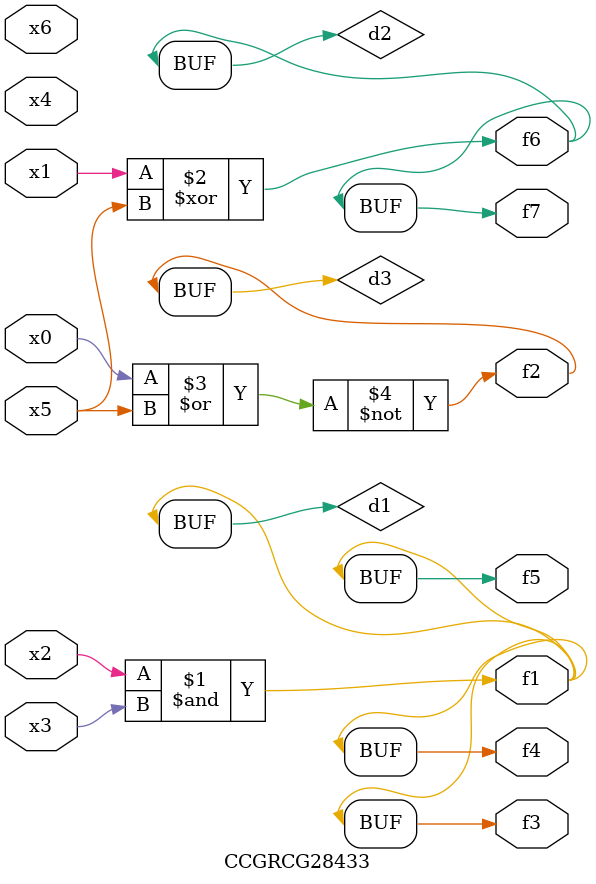
<source format=v>
module CCGRCG28433(
	input x0, x1, x2, x3, x4, x5, x6,
	output f1, f2, f3, f4, f5, f6, f7
);

	wire d1, d2, d3;

	and (d1, x2, x3);
	xor (d2, x1, x5);
	nor (d3, x0, x5);
	assign f1 = d1;
	assign f2 = d3;
	assign f3 = d1;
	assign f4 = d1;
	assign f5 = d1;
	assign f6 = d2;
	assign f7 = d2;
endmodule

</source>
